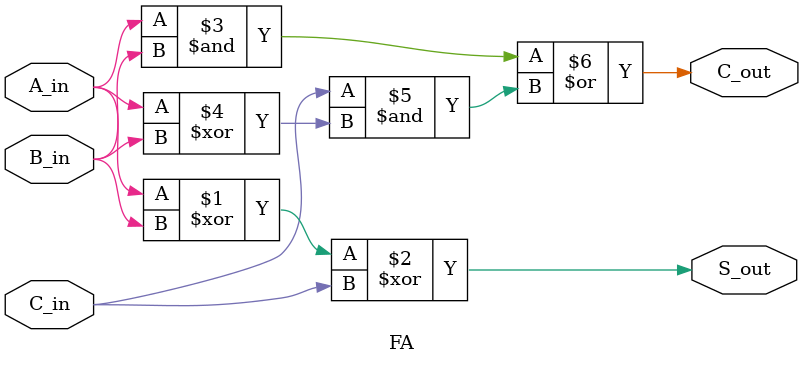
<source format=v>

module HA 
(
    input A_in,  
    input B_in, 
    output S_out, 
    output C_out
);  
  
    assign S_out = A_in ^ B_in;
    assign C_out = A_in & B_in;
endmodule  

module FA 
(
    input A_in,  
    input B_in, 
    input C_in,   
    output S_out, 
    output C_out
);  
  
    assign S_out = A_in ^ B_in ^ C_in;
    assign C_out = (A_in & B_in) | (C_in & (A_in ^ B_in));
endmodule  
</source>
